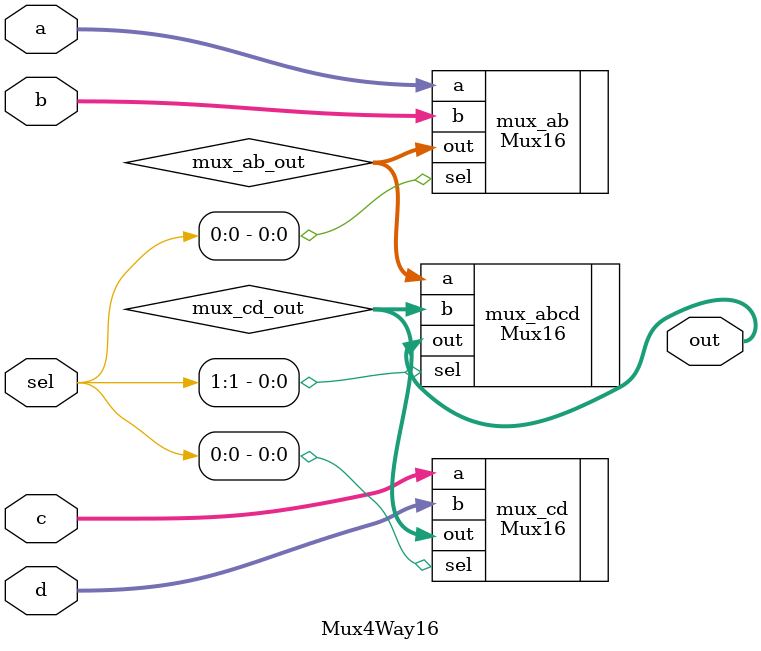
<source format=sv>
module Mux4Way16(
	input logic [msb:lsb] a,
	input logic [msb:lsb] b,
	input logic [msb:lsb] c,
	input logic [msb:lsb] d,
	input logic [1:0] sel,
	output logic [msb:lsb] out
);
	localparam lsb = 0;
	localparam msb = 15;

	logic [msb:lsb] mux_ab_out;
	Mux16 mux_ab(
		.a(a),
		.b(b),
		.sel(sel[0]),
		.out(mux_ab_out)
	);

	logic [msb:lsb] mux_cd_out;
	Mux16 mux_cd(
		.a(c),
		.b(d),
		.sel(sel[0]),
		.out(mux_cd_out)
	);

	Mux16 mux_abcd(
		.a(mux_ab_out),
		.b(mux_cd_out),
		.sel(sel[1]),
		.out(out)
	);
endmodule

</source>
